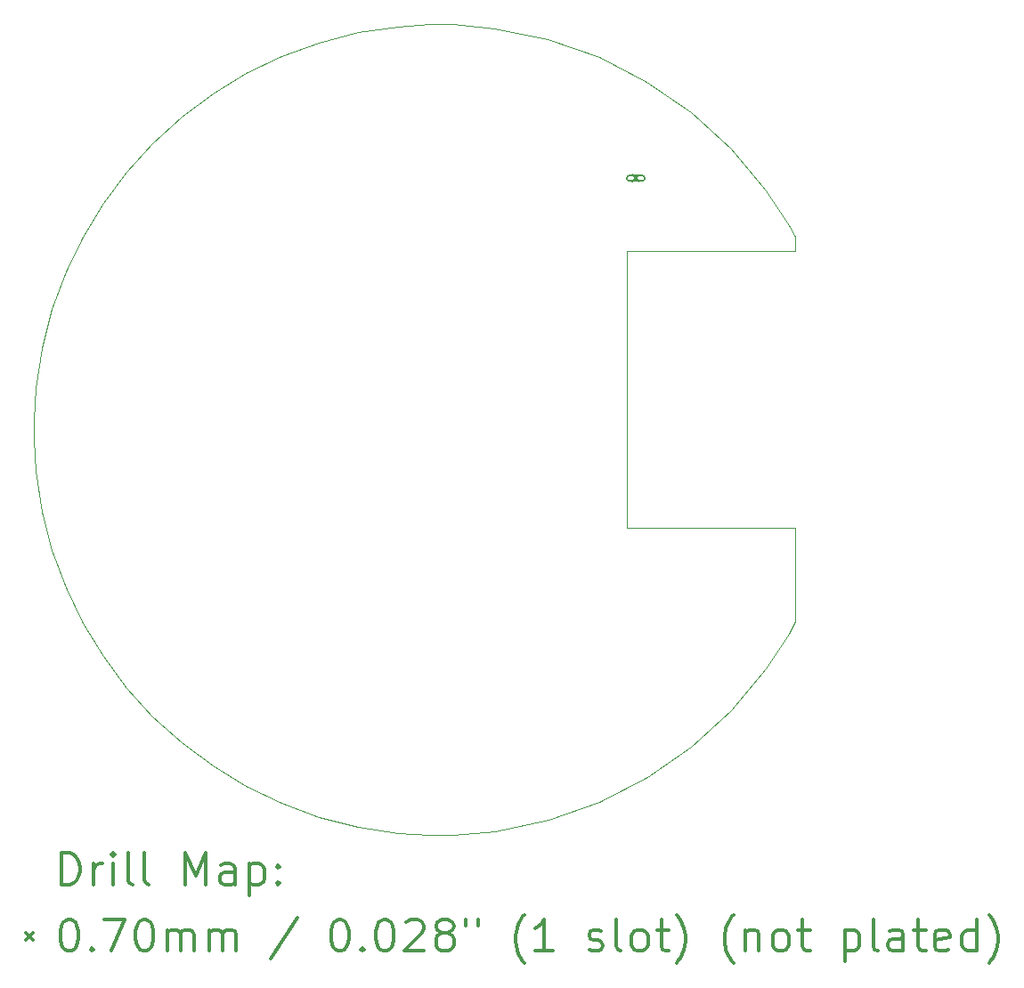
<source format=gbr>
%FSLAX45Y45*%
G04 Gerber Fmt 4.5, Leading zero omitted, Abs format (unit mm)*
G04 Created by KiCad (PCBNEW 4.0.5-e0-6337~49~ubuntu16.04.1) date Sat Apr 29 17:26:05 2017*
%MOMM*%
%LPD*%
G01*
G04 APERTURE LIST*
%ADD10C,0.127000*%
%ADD11C,0.100000*%
%ADD12C,0.200000*%
%ADD13C,0.300000*%
G04 APERTURE END LIST*
D10*
D11*
X15988208Y-5687670D02*
X15857296Y-5687517D01*
X16381247Y-5724169D02*
X15988208Y-5687670D01*
X16888638Y-5830011D02*
X16381247Y-5724169D01*
X17372990Y-6001182D02*
X16888638Y-5830011D01*
X17828717Y-6234176D02*
X17372990Y-6001182D01*
X18249595Y-6525362D02*
X17828717Y-6234176D01*
X18629630Y-6871132D02*
X18249595Y-6525362D01*
X18962827Y-7268007D02*
X18629630Y-6871132D01*
X19181115Y-7596937D02*
X18962827Y-7268007D01*
X19243421Y-7712278D02*
X19181115Y-7596937D01*
X19243421Y-7844307D02*
X19243421Y-7712278D01*
X17641570Y-7844307D02*
X19243421Y-7844307D01*
X17641570Y-10475646D02*
X17641570Y-7844307D01*
X19243421Y-10475646D02*
X17641570Y-10475646D01*
X19243421Y-11367940D02*
X19243421Y-10475646D01*
X19181420Y-11483558D02*
X19243421Y-11367940D01*
X18963665Y-11813459D02*
X19181420Y-11483558D01*
X18630875Y-12211576D02*
X18963665Y-11813459D01*
X18251094Y-12558565D02*
X18630875Y-12211576D01*
X17830368Y-12850985D02*
X18251094Y-12558565D01*
X17374514Y-13084975D02*
X17830368Y-12850985D01*
X16889730Y-13257230D02*
X17374514Y-13084975D01*
X16381908Y-13363752D02*
X16889730Y-13257230D01*
X15988360Y-13400959D02*
X16381908Y-13363752D01*
X15857296Y-13401373D02*
X15988360Y-13400959D01*
X15758617Y-13401373D02*
X15857296Y-13401373D01*
X15462885Y-13381391D02*
X15758617Y-13401373D01*
X15079955Y-13322962D02*
X15462885Y-13381391D01*
X14710207Y-13227878D02*
X15079955Y-13322962D01*
X14355922Y-13098206D02*
X14710207Y-13227878D01*
X14018715Y-12935872D02*
X14355922Y-13098206D01*
X13700803Y-12742672D02*
X14018715Y-12935872D01*
X13403836Y-12520668D02*
X13700803Y-12742672D01*
X13129880Y-12271657D02*
X13403836Y-12520668D01*
X12881005Y-11997842D02*
X13129880Y-12271657D01*
X12659007Y-11700873D02*
X12881005Y-11997842D01*
X12465804Y-11382962D02*
X12659007Y-11700873D01*
X12303333Y-11045754D02*
X12465804Y-11382962D01*
X12173661Y-10691470D02*
X12303333Y-11045754D01*
X12078576Y-10321722D02*
X12173661Y-10691470D01*
X12020147Y-9938766D02*
X12078576Y-10321722D01*
X12000304Y-9643034D02*
X12020147Y-9938766D01*
X12000304Y-9544507D02*
X12000304Y-9643034D01*
X12000304Y-9445828D02*
X12000304Y-9544507D01*
X12020147Y-9150147D02*
X12000304Y-9445828D01*
X12078576Y-8767166D02*
X12020147Y-9150147D01*
X12173661Y-8397443D02*
X12078576Y-8767166D01*
X12303333Y-8043164D02*
X12173661Y-8397443D01*
X12465804Y-7705928D02*
X12303333Y-8043164D01*
X12659007Y-7388022D02*
X12465804Y-7705928D01*
X12881005Y-7091045D02*
X12659007Y-7388022D01*
X13129880Y-6817106D02*
X12881005Y-7091045D01*
X13403836Y-6568237D02*
X13129880Y-6817106D01*
X13700803Y-6346215D02*
X13403836Y-6568237D01*
X14018715Y-6153048D02*
X13700803Y-6346215D01*
X14355922Y-5990565D02*
X14018715Y-6153048D01*
X14710207Y-5860872D02*
X14355922Y-5990565D01*
X15079955Y-5765800D02*
X14710207Y-5860872D01*
X15462885Y-5707380D02*
X15079955Y-5765800D01*
X15758617Y-5687517D02*
X15462885Y-5707380D01*
X15857296Y-5687517D02*
X15758617Y-5687517D01*
D12*
X17689000Y-7117000D02*
X17759000Y-7187000D01*
X17759000Y-7117000D02*
X17689000Y-7187000D01*
X17664000Y-7177000D02*
X17784000Y-7177000D01*
X17664000Y-7127000D02*
X17784000Y-7127000D01*
X17784000Y-7177000D02*
G75*
G03X17784000Y-7127000I0J25000D01*
G01*
X17664000Y-7127000D02*
G75*
G03X17664000Y-7177000I0J-25000D01*
G01*
D13*
X12266732Y-13872087D02*
X12266732Y-13572087D01*
X12338161Y-13572087D01*
X12381018Y-13586373D01*
X12409589Y-13614944D01*
X12423875Y-13643516D01*
X12438161Y-13700659D01*
X12438161Y-13743516D01*
X12423875Y-13800659D01*
X12409589Y-13829230D01*
X12381018Y-13857802D01*
X12338161Y-13872087D01*
X12266732Y-13872087D01*
X12566732Y-13872087D02*
X12566732Y-13672087D01*
X12566732Y-13729230D02*
X12581018Y-13700659D01*
X12595304Y-13686373D01*
X12623875Y-13672087D01*
X12652446Y-13672087D01*
X12752446Y-13872087D02*
X12752446Y-13672087D01*
X12752446Y-13572087D02*
X12738161Y-13586373D01*
X12752446Y-13600659D01*
X12766732Y-13586373D01*
X12752446Y-13572087D01*
X12752446Y-13600659D01*
X12938161Y-13872087D02*
X12909589Y-13857802D01*
X12895304Y-13829230D01*
X12895304Y-13572087D01*
X13095304Y-13872087D02*
X13066732Y-13857802D01*
X13052446Y-13829230D01*
X13052446Y-13572087D01*
X13438161Y-13872087D02*
X13438161Y-13572087D01*
X13538161Y-13786373D01*
X13638161Y-13572087D01*
X13638161Y-13872087D01*
X13909589Y-13872087D02*
X13909589Y-13714944D01*
X13895304Y-13686373D01*
X13866732Y-13672087D01*
X13809589Y-13672087D01*
X13781018Y-13686373D01*
X13909589Y-13857802D02*
X13881018Y-13872087D01*
X13809589Y-13872087D01*
X13781018Y-13857802D01*
X13766732Y-13829230D01*
X13766732Y-13800659D01*
X13781018Y-13772087D01*
X13809589Y-13757802D01*
X13881018Y-13757802D01*
X13909589Y-13743516D01*
X14052446Y-13672087D02*
X14052446Y-13972087D01*
X14052446Y-13686373D02*
X14081018Y-13672087D01*
X14138161Y-13672087D01*
X14166732Y-13686373D01*
X14181018Y-13700659D01*
X14195304Y-13729230D01*
X14195304Y-13814944D01*
X14181018Y-13843516D01*
X14166732Y-13857802D01*
X14138161Y-13872087D01*
X14081018Y-13872087D01*
X14052446Y-13857802D01*
X14323875Y-13843516D02*
X14338161Y-13857802D01*
X14323875Y-13872087D01*
X14309589Y-13857802D01*
X14323875Y-13843516D01*
X14323875Y-13872087D01*
X14323875Y-13686373D02*
X14338161Y-13700659D01*
X14323875Y-13714944D01*
X14309589Y-13700659D01*
X14323875Y-13686373D01*
X14323875Y-13714944D01*
X11925304Y-14331373D02*
X11995304Y-14401373D01*
X11995304Y-14331373D02*
X11925304Y-14401373D01*
X12323875Y-14202087D02*
X12352446Y-14202087D01*
X12381018Y-14216373D01*
X12395304Y-14230659D01*
X12409589Y-14259230D01*
X12423875Y-14316373D01*
X12423875Y-14387802D01*
X12409589Y-14444944D01*
X12395304Y-14473516D01*
X12381018Y-14487802D01*
X12352446Y-14502087D01*
X12323875Y-14502087D01*
X12295304Y-14487802D01*
X12281018Y-14473516D01*
X12266732Y-14444944D01*
X12252446Y-14387802D01*
X12252446Y-14316373D01*
X12266732Y-14259230D01*
X12281018Y-14230659D01*
X12295304Y-14216373D01*
X12323875Y-14202087D01*
X12552446Y-14473516D02*
X12566732Y-14487802D01*
X12552446Y-14502087D01*
X12538161Y-14487802D01*
X12552446Y-14473516D01*
X12552446Y-14502087D01*
X12666732Y-14202087D02*
X12866732Y-14202087D01*
X12738161Y-14502087D01*
X13038161Y-14202087D02*
X13066732Y-14202087D01*
X13095304Y-14216373D01*
X13109589Y-14230659D01*
X13123875Y-14259230D01*
X13138161Y-14316373D01*
X13138161Y-14387802D01*
X13123875Y-14444944D01*
X13109589Y-14473516D01*
X13095304Y-14487802D01*
X13066732Y-14502087D01*
X13038161Y-14502087D01*
X13009589Y-14487802D01*
X12995304Y-14473516D01*
X12981018Y-14444944D01*
X12966732Y-14387802D01*
X12966732Y-14316373D01*
X12981018Y-14259230D01*
X12995304Y-14230659D01*
X13009589Y-14216373D01*
X13038161Y-14202087D01*
X13266732Y-14502087D02*
X13266732Y-14302087D01*
X13266732Y-14330659D02*
X13281018Y-14316373D01*
X13309589Y-14302087D01*
X13352446Y-14302087D01*
X13381018Y-14316373D01*
X13395304Y-14344944D01*
X13395304Y-14502087D01*
X13395304Y-14344944D02*
X13409589Y-14316373D01*
X13438161Y-14302087D01*
X13481018Y-14302087D01*
X13509589Y-14316373D01*
X13523875Y-14344944D01*
X13523875Y-14502087D01*
X13666732Y-14502087D02*
X13666732Y-14302087D01*
X13666732Y-14330659D02*
X13681018Y-14316373D01*
X13709589Y-14302087D01*
X13752446Y-14302087D01*
X13781018Y-14316373D01*
X13795304Y-14344944D01*
X13795304Y-14502087D01*
X13795304Y-14344944D02*
X13809589Y-14316373D01*
X13838161Y-14302087D01*
X13881018Y-14302087D01*
X13909589Y-14316373D01*
X13923875Y-14344944D01*
X13923875Y-14502087D01*
X14509589Y-14187802D02*
X14252446Y-14573516D01*
X14895303Y-14202087D02*
X14923875Y-14202087D01*
X14952446Y-14216373D01*
X14966732Y-14230659D01*
X14981018Y-14259230D01*
X14995303Y-14316373D01*
X14995303Y-14387802D01*
X14981018Y-14444944D01*
X14966732Y-14473516D01*
X14952446Y-14487802D01*
X14923875Y-14502087D01*
X14895303Y-14502087D01*
X14866732Y-14487802D01*
X14852446Y-14473516D01*
X14838161Y-14444944D01*
X14823875Y-14387802D01*
X14823875Y-14316373D01*
X14838161Y-14259230D01*
X14852446Y-14230659D01*
X14866732Y-14216373D01*
X14895303Y-14202087D01*
X15123875Y-14473516D02*
X15138161Y-14487802D01*
X15123875Y-14502087D01*
X15109589Y-14487802D01*
X15123875Y-14473516D01*
X15123875Y-14502087D01*
X15323875Y-14202087D02*
X15352446Y-14202087D01*
X15381018Y-14216373D01*
X15395303Y-14230659D01*
X15409589Y-14259230D01*
X15423875Y-14316373D01*
X15423875Y-14387802D01*
X15409589Y-14444944D01*
X15395303Y-14473516D01*
X15381018Y-14487802D01*
X15352446Y-14502087D01*
X15323875Y-14502087D01*
X15295303Y-14487802D01*
X15281018Y-14473516D01*
X15266732Y-14444944D01*
X15252446Y-14387802D01*
X15252446Y-14316373D01*
X15266732Y-14259230D01*
X15281018Y-14230659D01*
X15295303Y-14216373D01*
X15323875Y-14202087D01*
X15538161Y-14230659D02*
X15552446Y-14216373D01*
X15581018Y-14202087D01*
X15652446Y-14202087D01*
X15681018Y-14216373D01*
X15695303Y-14230659D01*
X15709589Y-14259230D01*
X15709589Y-14287802D01*
X15695303Y-14330659D01*
X15523875Y-14502087D01*
X15709589Y-14502087D01*
X15881018Y-14330659D02*
X15852446Y-14316373D01*
X15838161Y-14302087D01*
X15823875Y-14273516D01*
X15823875Y-14259230D01*
X15838161Y-14230659D01*
X15852446Y-14216373D01*
X15881018Y-14202087D01*
X15938161Y-14202087D01*
X15966732Y-14216373D01*
X15981018Y-14230659D01*
X15995303Y-14259230D01*
X15995303Y-14273516D01*
X15981018Y-14302087D01*
X15966732Y-14316373D01*
X15938161Y-14330659D01*
X15881018Y-14330659D01*
X15852446Y-14344944D01*
X15838161Y-14359230D01*
X15823875Y-14387802D01*
X15823875Y-14444944D01*
X15838161Y-14473516D01*
X15852446Y-14487802D01*
X15881018Y-14502087D01*
X15938161Y-14502087D01*
X15966732Y-14487802D01*
X15981018Y-14473516D01*
X15995303Y-14444944D01*
X15995303Y-14387802D01*
X15981018Y-14359230D01*
X15966732Y-14344944D01*
X15938161Y-14330659D01*
X16109589Y-14202087D02*
X16109589Y-14259230D01*
X16223875Y-14202087D02*
X16223875Y-14259230D01*
X16666732Y-14616373D02*
X16652446Y-14602087D01*
X16623875Y-14559230D01*
X16609589Y-14530659D01*
X16595303Y-14487802D01*
X16581018Y-14416373D01*
X16581018Y-14359230D01*
X16595303Y-14287802D01*
X16609589Y-14244944D01*
X16623875Y-14216373D01*
X16652446Y-14173516D01*
X16666732Y-14159230D01*
X16938161Y-14502087D02*
X16766732Y-14502087D01*
X16852446Y-14502087D02*
X16852446Y-14202087D01*
X16823875Y-14244944D01*
X16795304Y-14273516D01*
X16766732Y-14287802D01*
X17281018Y-14487802D02*
X17309589Y-14502087D01*
X17366732Y-14502087D01*
X17395304Y-14487802D01*
X17409589Y-14459230D01*
X17409589Y-14444944D01*
X17395304Y-14416373D01*
X17366732Y-14402087D01*
X17323875Y-14402087D01*
X17295304Y-14387802D01*
X17281018Y-14359230D01*
X17281018Y-14344944D01*
X17295304Y-14316373D01*
X17323875Y-14302087D01*
X17366732Y-14302087D01*
X17395304Y-14316373D01*
X17581018Y-14502087D02*
X17552446Y-14487802D01*
X17538161Y-14459230D01*
X17538161Y-14202087D01*
X17738161Y-14502087D02*
X17709589Y-14487802D01*
X17695304Y-14473516D01*
X17681018Y-14444944D01*
X17681018Y-14359230D01*
X17695304Y-14330659D01*
X17709589Y-14316373D01*
X17738161Y-14302087D01*
X17781018Y-14302087D01*
X17809589Y-14316373D01*
X17823875Y-14330659D01*
X17838161Y-14359230D01*
X17838161Y-14444944D01*
X17823875Y-14473516D01*
X17809589Y-14487802D01*
X17781018Y-14502087D01*
X17738161Y-14502087D01*
X17923875Y-14302087D02*
X18038161Y-14302087D01*
X17966732Y-14202087D02*
X17966732Y-14459230D01*
X17981018Y-14487802D01*
X18009589Y-14502087D01*
X18038161Y-14502087D01*
X18109589Y-14616373D02*
X18123875Y-14602087D01*
X18152446Y-14559230D01*
X18166732Y-14530659D01*
X18181018Y-14487802D01*
X18195304Y-14416373D01*
X18195304Y-14359230D01*
X18181018Y-14287802D01*
X18166732Y-14244944D01*
X18152446Y-14216373D01*
X18123875Y-14173516D01*
X18109589Y-14159230D01*
X18652446Y-14616373D02*
X18638161Y-14602087D01*
X18609589Y-14559230D01*
X18595304Y-14530659D01*
X18581018Y-14487802D01*
X18566732Y-14416373D01*
X18566732Y-14359230D01*
X18581018Y-14287802D01*
X18595304Y-14244944D01*
X18609589Y-14216373D01*
X18638161Y-14173516D01*
X18652446Y-14159230D01*
X18766732Y-14302087D02*
X18766732Y-14502087D01*
X18766732Y-14330659D02*
X18781018Y-14316373D01*
X18809589Y-14302087D01*
X18852446Y-14302087D01*
X18881018Y-14316373D01*
X18895304Y-14344944D01*
X18895304Y-14502087D01*
X19081018Y-14502087D02*
X19052446Y-14487802D01*
X19038161Y-14473516D01*
X19023875Y-14444944D01*
X19023875Y-14359230D01*
X19038161Y-14330659D01*
X19052446Y-14316373D01*
X19081018Y-14302087D01*
X19123875Y-14302087D01*
X19152446Y-14316373D01*
X19166732Y-14330659D01*
X19181018Y-14359230D01*
X19181018Y-14444944D01*
X19166732Y-14473516D01*
X19152446Y-14487802D01*
X19123875Y-14502087D01*
X19081018Y-14502087D01*
X19266732Y-14302087D02*
X19381018Y-14302087D01*
X19309589Y-14202087D02*
X19309589Y-14459230D01*
X19323875Y-14487802D01*
X19352446Y-14502087D01*
X19381018Y-14502087D01*
X19709589Y-14302087D02*
X19709589Y-14602087D01*
X19709589Y-14316373D02*
X19738161Y-14302087D01*
X19795304Y-14302087D01*
X19823875Y-14316373D01*
X19838161Y-14330659D01*
X19852446Y-14359230D01*
X19852446Y-14444944D01*
X19838161Y-14473516D01*
X19823875Y-14487802D01*
X19795304Y-14502087D01*
X19738161Y-14502087D01*
X19709589Y-14487802D01*
X20023875Y-14502087D02*
X19995304Y-14487802D01*
X19981018Y-14459230D01*
X19981018Y-14202087D01*
X20266732Y-14502087D02*
X20266732Y-14344944D01*
X20252447Y-14316373D01*
X20223875Y-14302087D01*
X20166732Y-14302087D01*
X20138161Y-14316373D01*
X20266732Y-14487802D02*
X20238161Y-14502087D01*
X20166732Y-14502087D01*
X20138161Y-14487802D01*
X20123875Y-14459230D01*
X20123875Y-14430659D01*
X20138161Y-14402087D01*
X20166732Y-14387802D01*
X20238161Y-14387802D01*
X20266732Y-14373516D01*
X20366732Y-14302087D02*
X20481018Y-14302087D01*
X20409589Y-14202087D02*
X20409589Y-14459230D01*
X20423875Y-14487802D01*
X20452447Y-14502087D01*
X20481018Y-14502087D01*
X20695304Y-14487802D02*
X20666732Y-14502087D01*
X20609589Y-14502087D01*
X20581018Y-14487802D01*
X20566732Y-14459230D01*
X20566732Y-14344944D01*
X20581018Y-14316373D01*
X20609589Y-14302087D01*
X20666732Y-14302087D01*
X20695304Y-14316373D01*
X20709589Y-14344944D01*
X20709589Y-14373516D01*
X20566732Y-14402087D01*
X20966732Y-14502087D02*
X20966732Y-14202087D01*
X20966732Y-14487802D02*
X20938161Y-14502087D01*
X20881018Y-14502087D01*
X20852447Y-14487802D01*
X20838161Y-14473516D01*
X20823875Y-14444944D01*
X20823875Y-14359230D01*
X20838161Y-14330659D01*
X20852447Y-14316373D01*
X20881018Y-14302087D01*
X20938161Y-14302087D01*
X20966732Y-14316373D01*
X21081018Y-14616373D02*
X21095304Y-14602087D01*
X21123875Y-14559230D01*
X21138161Y-14530659D01*
X21152447Y-14487802D01*
X21166732Y-14416373D01*
X21166732Y-14359230D01*
X21152447Y-14287802D01*
X21138161Y-14244944D01*
X21123875Y-14216373D01*
X21095304Y-14173516D01*
X21081018Y-14159230D01*
M02*

</source>
